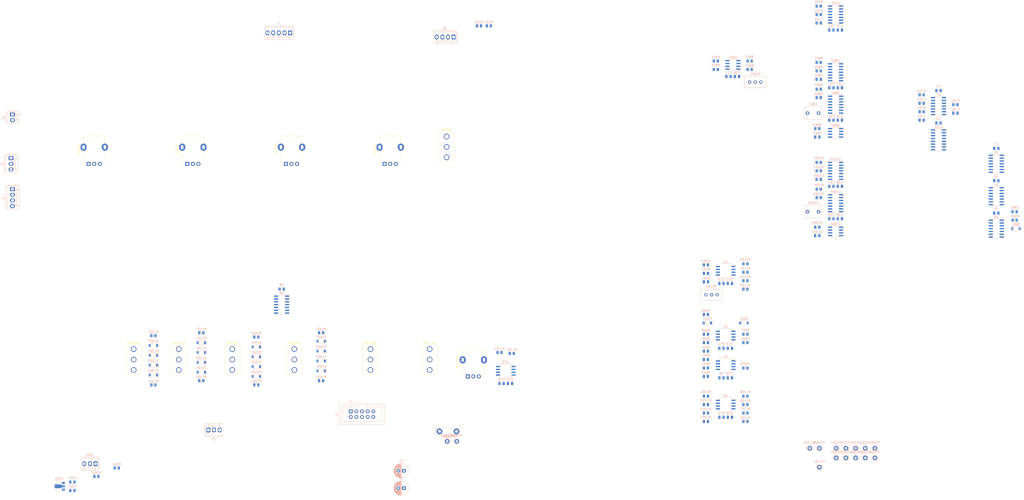
<source format=kicad_pcb>
(kicad_pcb (version 20211014) (generator pcbnew)
  (layers (0 "F.Cu" signal) (31 "B.Cu" signal) (34 "B.Paste" user) (35 "F.Paste" user) (36 "B.SilkS" user "B.Silkscreen") (37 "F.SilkS" user "F.Silkscreen") (38 "B.Mask" user) (39 "F.Mask" user) (44 "Edge.Cuts" user))
  (net 0 "")
  (net 1 "+15V")
  (net 2 "GND")
  (net 3 "Net-(C302-Pad1)")
  (net 4 "Net-(C401-Pad1)")
  (net 5 "Net-(C701-Pad1)")
  (net 6 "Net-(C702-Pad2)")
  (net 7 "/ribbon_controller/~{CLK_9}")
  (net 8 "Net-(C703-Pad2)")
  (net 9 "Net-(C801-Pad1)")
  (net 10 "Net-(C802-Pad1)")
  (net 11 "Net-(C803-Pad1)")
  (net 12 "Net-(C901-Pad1)")
  (net 13 "Net-(C1001-Pad1)")
  (net 14 "Net-(C1002-Pad1)")
  (net 15 "Net-(C1003-Pad1)")
  (net 16 "Net-(D501-Pad1)")
  (net 17 "Net-(D502-Pad2)")
  (net 18 "Net-(D901-Pad2)")
  (net 19 "Net-(D1301-Pad1)")
  (net 20 "/gate_controller/VCA_ADSR_gate_logic/RIBBON_GATE")
  (net 21 "Net-(D1302-Pad2)")
  (net 22 "Net-(D1303-Pad1)")
  (net 23 "Net-(D1303-Pad2)")
  (net 24 "/gate_controller/VCA_ADSR_gate_logic/AUTO_GATE")
  (net 25 "Net-(D1401-Pad1)")
  (net 26 "Net-(D1402-Pad2)")
  (net 27 "Net-(D1403-Pad1)")
  (net 28 "Net-(D1403-Pad2)")
  (net 29 "Net-(D1501-Pad1)")
  (net 30 "Net-(D1502-Pad2)")
  (net 31 "Net-(D1503-Pad1)")
  (net 32 "Net-(D1503-Pad2)")
  (net 33 "Net-(D1601-Pad1)")
  (net 34 "Net-(D1602-Pad2)")
  (net 35 "Net-(D1603-Pad1)")
  (net 36 "Net-(D1603-Pad2)")
  (net 37 "/GATE_IN")
  (net 38 "/VCO_RIBBON_CTL")
  (net 39 "/PWM_LFO_SQR")
  (net 40 "/gate_controller/MOD_ENV_GATE")
  (net 41 "/gate_controller/VCF_ENV_GATE")
  (net 42 "/gate_controller/VCA_ENV_GATE")
  (net 43 "/VCA_ADSR")
  (net 44 "/gate_controller/S&H_GATE")
  (net 45 "/VCF_A_RIBBON_CTL")
  (net 46 "/VCF_B_RIBBON_CTL")
  (net 47 "/VCA_CV")
  (net 48 "/MOD_OSC_RIBBON_CTL")
  (net 49 "/MOD_OSC_SQR")
  (net 50 "Net-(J301-Pad1)")
  (net 51 "Net-(J301-Pad2)")
  (net 52 "Net-(J301-Pad3)")
  (net 53 "-15V")
  (net 54 "/RIBBON_GATE")
  (net 55 "/RIBBON_CV")
  (net 56 "Net-(R201-Pad1)")
  (net 57 "Net-(R202-Pad2)")
  (net 58 "/ribbon_controller/TRIG_0")
  (net 59 "Net-(R401-Pad2)")
  (net 60 "/ribbon_controller/comparator/SIGNAL_IN")
  (net 61 "Net-(R501-Pad2)")
  (net 62 "/ribbon_controller/glitch_discriminator/S&H_RIBBON")
  (net 63 "Net-(R502-Pad2)")
  (net 64 "Net-(R504-Pad2)")
  (net 65 "Net-(R505-Pad1)")
  (net 66 "Net-(R506-Pad2)")
  (net 67 "Net-(R601-Pad2)")
  (net 68 "Net-(R602-Pad1)")
  (net 69 "Net-(R602-Pad2)")
  (net 70 "Net-(R603-Pad2)")
  (net 71 "Net-(R701-Pad2)")
  (net 72 "/ribbon_controller/gate_conditioner/GATED_CLK")
  (net 73 "Net-(R801-Pad2)")
  (net 74 "Net-(R804-Pad1)")
  (net 75 "Net-(R804-Pad2)")
  (net 76 "/ribbon_controller/gate_conditioner/S&H_TRIG")
  (net 77 "Net-(R1001-Pad2)")
  (net 78 "Net-(R1004-Pad1)")
  (net 79 "Net-(R1004-Pad2)")
  (net 80 "/ribbon_controller/bend_scaler/INIT_IN")
  (net 81 "Net-(R1101-Pad2)")
  (net 82 "/ribbon_controller/SLIDE_CV")
  (net 83 "Net-(R1102-Pad2)")
  (net 84 "/ribbon_controller/BEND_CV")
  (net 85 "Net-(R1201-Pad2)")
  (net 86 "Net-(R1202-Pad2)")
  (net 87 "Net-(U10-Pad6)")
  (net 88 "Net-(C702-Pad1)")
  (net 89 "Net-(R1701-Pad2)")
  (net 90 "Net-(D501-Pad2)")
  (net 91 "Net-(RV201-Pad2)")
  (net 92 "Net-(RV201-Pad3)")
  (net 93 "Net-(RV1701-Pad2)")
  (net 94 "Net-(RV1701-Pad3)")
  (net 95 "/ribbon_controller/gate_conditioner/GD_IN")
  (net 96 "Net-(U6-Pad10)")
  (net 97 "Net-(R1206-Pad1)")
  (net 98 "Net-(U4-Pad8)")
  (net 99 "/ribbon_controller/TRIG_9")
  (net 100 "Net-(U4-Pad11)")
  (net 101 "Net-(R1702-Pad2)")
  (net 102 "Net-(U4-Pad2)")
  (net 104 "Net-(U1002-Pad2)")
  (net 105 "/ribbon_controller/comparator/COMP_OUT")
  (net 127 "Net-(U803-Pad7)")
  (net 143 "Net-(U1003-Pad7)")
  (net 154 "Net-(J6-Pad1)")
  (net 155 "Net-(J6-Pad3)")
  (net 156 "Net-(U5-Pad6)")
  (net 157 "Net-(R1205-Pad2)")
  (net 158 "Net-(R1206-Pad2)")
  (net 159 "Net-(U5-Pad3)")
  (net 161 "Net-(U7-Pad5)")
  (net 162 "Net-(U7-Pad11)")
  (net 163 "Net-(U4-Pad6)")
  (footprint "custom_footprints:SPDT_mini_toggle" (layer "F.Cu") (at 55.88 139.065)
    (fp_text reference "SW1301")
    (fp_text value "SW_SPDT_MSM")
  )
  (footprint "Potentiometer_THT:Potentiometer_Alpha_RD901F-40-00D_Single_Vertical" (layer "F.Cu") (at 124.5 50.8 90)
    (fp_text reference "RV103")
    (fp_text value "100k c.d.")
  )
  (footprint "Potentiometer_THT:Potentiometer_Alpha_RD901F-40-00D_Single_Vertical" (layer "F.Cu") (at 168.95 50.8 90)
    (fp_text reference "RV104")
    (fp_text value "100k c.d.")
  )
  (footprint "Potentiometer_THT:Potentiometer_Alpha_RD901F-40-00D_Single_Vertical" (layer "F.Cu") (at 35.6 50.8 90)
    (fp_text reference "RV101")
    (fp_text value "100k c.d.")
  )
  (footprint "custom_footprints:SPDT_mini_toggle" (layer "F.Cu") (at 162.56 139.065)
    (fp_text reference "SW1201")
    (fp_text value "SW_SPDT")
  )
  (footprint "custom_footprints:SPDT_mini_toggle" (layer "F.Cu") (at 189.23 139.065)
    (fp_text reference "SW1701")
    (fp_text value "SW_SPDT")
  )
  (footprint "custom_footprints:SPDT_mini_toggle" (layer "F.Cu") (at 100.33 139.065)
    (fp_text reference "SW1501")
    (fp_text value "SW_SPDT_MSM")
  )
  (footprint "Potentiometer_THT:Potentiometer_Alpha_RD901F-40-00D_Single_Vertical" (layer "F.Cu") (at 80.05 50.8 90)
    (fp_text reference "RV102")
    (fp_text value "100k c.d.")
  )
  (footprint "custom_footprints:SPDT_mini_toggle" (layer "F.Cu") (at 76.2 139.065)
    (fp_text reference "SW1401")
    (fp_text value "SW_SPDT_MSM")
  )
  (footprint "custom_footprints:SPDT_mini_toggle" (layer "F.Cu") (at 128.27 139.065)
    (fp_text reference "SW1601")
    (fp_text value "SW_SPDT_MSM")
  )
  (footprint "custom_footprints:SPDT_mini_toggle" (layer "F.Cu") (at 196.85 43.18)
    (fp_text reference "SW201")
    (fp_text value "SW_SPDT")
  )
  (footprint "Potentiometer_THT:Potentiometer_Alpha_RD901F-40-00D_Single_Vertical" (layer "F.Cu") (at 206.415 146.695 90)
    (fp_text reference "RV1701")
    (fp_text value "100k")
  )
  (footprint "Capacitor_SMD:C_0805_2012Metric" (layer "B.Cu") (at 374.015 -9.525 180)
    (fp_text reference "C22")
    (fp_text value "100n")
  )
  (footprint "Connector_Molex:Molex_KK-254_AE-6410-03A_1x03_P2.54mm_Vertical" (layer "B.Cu") (at 38.735 186.055 180)
    (fp_text reference "J301")
    (fp_text value "ribbon")
  )
  (footprint "Diode_SMD:D_SOD-123" (layer "B.Cu") (at 86.36 131.445 180)
    (fp_text reference "D1401")
    (fp_text value "1N4148W")
  )
  (footprint "Capacitor_SMD:C_0805_2012Metric" (layer "B.Cu") (at 364.49 -12.7 180)
    (fp_text reference "C401")
    (fp_text value "2n2")
  )
  (footprint "Resistor_SMD:R_0805_2012Metric" (layer "B.Cu") (at 48.26 187.96 180)
    (fp_text reference "R301")
    (fp_text value "R")
  )
  (footprint "Diode_SMD:D_SOD-123" (layer "B.Cu") (at 314.325 122.555 180)
    (fp_text reference "D502")
    (fp_text value "1N4148W")
  )
  (footprint "Diode_SMD:D_SOD-123" (layer "B.Cu") (at 330.835 122.555)
    (fp_text reference "D501")
    (fp_text value "1N4148W")
  )
  (footprint "Resistor_SMD:R_0805_2012Metric" (layer "B.Cu") (at 313.69 131.445 180)
    (fp_text reference "R506")
    (fp_text value "150k")
  )
  (footprint "Diode_SMD:D_SOD-123" (layer "B.Cu") (at 140.335 139.7 180)
    (fp_text reference "D1603")
    (fp_text value "1N4148W")
  )
  (footprint "Capacitor_SMD:C_0805_2012Metric" (layer "B.Cu") (at 320.675 104.775 180)
    (fp_text reference "C13")
    (fp_text value "100n")
  )
  (footprint "TestPoint:TestPoint_Keystone_5000-5004_Miniature" (layer "B.Cu") (at 360.465714 179.07 180)
    (fp_text reference "TP1202")
    (fp_text value "audo_gate")
  )
  (footprint "TestPoint:TestPoint_Keystone_5000-5004_Miniature" (layer "B.Cu") (at 376.765714 179.07 180)
    (fp_text reference "TP210")
    (fp_text value "bend_cv")
  )
  (footprint "Diode_SMD:D_SOD-123" (layer "B.Cu") (at 86.36 144.78 180)
    (fp_text reference "D1404")
    (fp_text value "1N4148W")
  )
  (footprint "Resistor_SMD:R_0805_2012Metric" (layer "B.Cu") (at 313.69 127.635 180)
    (fp_text reference "R508")
    (fp_text value "470")
  )
  (footprint "Connector_Molex:Molex_KK-254_AE-6410-04A_1x04_P2.54mm_Vertical" (layer "B.Cu") (at 1.27 62.23 -90)
    (fp_text reference "J2")
    (fp_text value "VCF_port")
  )
  (footprint "Resistor_SMD:R_0805_2012Metric" (layer "B.Cu") (at 313.69 163.195 180)
    (fp_text reference "R1203")
    (fp_text value "10k")
  )
  (footprint "Capacitor_SMD:C_0805_2012Metric" (layer "B.Cu") (at 364.49 57.785 180)
    (fp_text reference "C1001")
    (fp_text value "2n2")
  )
  (footprint "Resistor_SMD:R_0805_2012Metric" (layer "B.Cu") (at 333.375 4.445)
    (fp_text reference "R602")
    (fp_text value "100k")
  )
  (footprint "Diode_SMD:D_SOD-123" (layer "B.Cu") (at 86.36 140.335 180)
    (fp_text reference "D1403")
    (fp_text value "1N4148W")
  )
  (footprint "Resistor_SMD:R_0805_2012Metric" (layer "B.Cu") (at 364.49 -20.32)
    (fp_text reference "R401")
    (fp_text value "5k6")
  )
  (footprint "Resistor_SMD:R_0805_2012Metric" (layer "B.Cu") (at 331.47 163.195)
    (fp_text reference "R1207")
    (fp_text value "10k")
  )
  (footprint "Capacitor_SMD:C_0805_2012Metric" (layer "B.Cu") (at 370.205 60.96 180)
    (fp_text reference "C27")
    (fp_text value "100n")
  )
  (footprint "Resistor_SMD:R_0805_2012Metric" (layer "B.Cu") (at 313.69 146.685 180)
    (fp_text reference "R503")
    (fp_text value "100k")
  )
  (footprint "Capacitor_THT:C_Rect_L7.2mm_W5.5mm_P5.00mm_FKS2_FKP2_MKS2_MKP2" (layer "B.Cu") (at 364.45 72.39 180)
    (fp_text reference "C1003")
    (fp_text value "1u")
  )
  (footprint "Capacitor_SMD:C_0805_2012Metric" (layer "B.Cu") (at 327.66 11.43 180)
    (fp_text reference "C18")
    (fp_text value "100n")
  )
  (footprint "Resistor_SMD:R_0805_2012Metric" (layer "B.Cu") (at 313.69 139.065)
    (fp_text reference "R501")
    (fp_text value "100k")
  )
  (footprint "Resistor_SMD:R_0805_2012Metric" (layer "B.Cu") (at 111.125 128.905 180)
    (fp_text reference "R1502")
    (fp_text value "100k")
  )
  (footprint "Resistor_SMD:R_0805_2012Metric" (layer "B.Cu") (at 331.47 155.575)
    (fp_text reference "R1208")
    (fp_text value "100k")
  )
  (footprint "Capacitor_SMD:C_0805_2012Metric" (layer "B.Cu") (at 324.485 147.32 180)
    (fp_text reference "C10")
    (fp_text value "100n")
  )
  (footprint "Diode_SMD:D_SOD-123" (layer "B.Cu") (at 64.77 146.05 180)
    (fp_text reference "D1304")
    (fp_text value "1N4148W")
  )
  (footprint "Resistor_SMD:R_0805_2012Metric" (layer "B.Cu") (at 331.47 167.005 180)
    (fp_text reference "R1205")
    (fp_text value "100k")
  )
  (footprint "Package_SO:SOIC-14_3.9x8.7mm_P1.27mm" (layer "B.Cu") (at 444.5 65.405 180)
    (fp_text reference "U4")
    (fp_text value "4081")
  )
  (footprint "Resistor_SMD:R_0805_2012Metric" (layer "B.Cu") (at 220.7025 135.89 180)
    (fp_text reference "R1702")
    (fp_text value "R")
  )
  (footprint "Diode_SMD:D_SOD-123" (layer "B.Cu") (at 140.335 135.255 180)
    (fp_text reference "D1602")
    (fp_text value "1N4148W")
  )
  (footprint "Capacitor_THT:CP_Radial_D6.3mm_P2.50mm" (layer "B.Cu") (at 177.649518 197.08 180)
    (fp_text reference "C2")
    (fp_text value "10u")
  )
  (footprint "Diode_SMD:D_SOD-123" (layer "B.Cu") (at 64.77 141.605 180)
    (fp_text reference "D1303")
    (fp_text value "1N4148W")
  )
  (footprint "Capacitor_SMD:C_0805_2012Metric" (layer "B.Cu") (at 426.085 27.94 180)
    (fp_text reference "C702")
    (fp_text value "4n7")
  )
  (footprint "Resistor_SMD:R_0805_2012Metric" (layer "B.Cu") (at 364.49 50.165)
    (fp_text reference "R1001")
    (fp_text value "5k6")
  )
  (footprint "Package_SO:SOIC-8_3.9x4.9mm_P1.27mm" (layer "B.Cu") (at 325.835 6.195 180)
    (fp_text reference "U601")
    (fp_text value "LM358")
  )
  (footprint "Capacitor_SMD:C_0805_2012Metric" (layer "B.Cu") (at 324.485 133.985 180)
    (fp_text reference "C12")
    (fp_text value "100n")
  )
  (footprint "Resistor_SMD:R_0805_2012Metric" (layer "B.Cu") (at 426.085 24.13 180)
    (fp_text reference "R702")
    (fp_text value "10k")
  )
  (footprint "Resistor_SMD:R_0805_2012Metric" (layer "B.Cu") (at 410.845 27.305 180)
    (fp_text reference "R701")
    (fp_text value "R")
  )
  (footprint "Resistor_SMD:R_0805_2012Metric" (layer "B.Cu") (at 364.49 66.04 180)
    (fp_text reference "R1005")
    (fp_text value "1k8")
  )
  (footprint "Package_SO:SOIC-14_3.9x8.7mm_P1.27mm" (layer "B.Cu") (at 372.11 -16.51 180)
    (fp_text reference "U401")
    (fp_text value "LF398_SOIC14")
  )
  (footprint "TestPoint:TestPoint_Keystone_5000-5004_Miniature" (layer "B.Cu") (at 381.115714 179.07 180)
    (fp_text reference "TP204")
    (fp_text value "guard_s_and_h")
  )
  (footprint "TestPoint:TestPoint_Keystone_5000-5004_Miniature" (layer "B.Cu") (at 389.815714 179.07 180)
    (fp_text reference "TP201")
    (fp_text value "raw_ribbon")
  )
  (footprint "Resistor_SMD:R_0805_2012Metric" (layer "B.Cu") (at 364.49 53.975 180)
    (fp_text reference "R1002")
    (fp_text value "1k8")
  )
  (footprint "TestPoint:TestPoint_Keystone_5000-5004_Miniature" (layer "B.Cu") (at 364.815714 187.6 180)
    (fp_text reference "TP1701")
    (fp_text value "vca_cv")
  )
  (footprint "Capacitor_SMD:C_0805_2012Metric" (layer "B.Cu") (at 320.675 133.985 180)
    (fp_text reference "C11")
    (fp_text value "100n")
  )
  (footprint "Capacitor_SMD:C_0805_2012Metric" (layer "B.Cu") (at 221.615 149.86 180)
    (fp_text reference "C19")
    (fp_text value "100n")
  )
  (footprint "Resistor_SMD:R_0805_2012Metric" (layer "B.Cu") (at 313.69 167.005)
    (fp_text reference "R1201")
    (fp_text value "100k")
  )
  (footprint "Connector_Molex:Molex_KK-254_AE-6410-04A_1x04_P2.54mm_Vertical" (layer "B.Cu") (at 200.025 -6.35 180)
    (fp_text reference "J6")
    (fp_text value "ext_port")
  )
  (footprint "Capacitor_SMD:C_0805_2012Metric" (layer "B.Cu") (at 410.845 31.115 180)
    (fp_text reference "C701")
    (fp_text value "1n")
  )
  (footprint "Capacitor_THT:C_Rect_L7.2mm_W5.5mm_P5.00mm_FKS2_FKP2_MKS2_MKP2" (layer "B.Cu") (at 364.45 27.94 180)
    (fp_text reference "C803")
    (fp_text value "1u")
  )
  (footprint "Diode_SMD:D_SOD-123" (layer "B.Cu") (at 86.36 135.89 180)
    (fp_text reference "D1402")
    (fp_text value "1N4148W")
  )
  (footprint "Diode_SMD:D_SOD-123" (layer "B.Cu") (at 64.77 137.16 180)
    (fp_text reference "D1301")
    (fp_text value "1N4148W")
  )
  (footprint "Capacitor_SMD:C_0805_2012Metric" (layer "B.Cu") (at 28.2825 194.31)
    (fp_text reference "C302")
    (fp_text value "?")
  )
  (footprint "Resistor_SMD:R_0805_2012Metric" (layer "B.Cu") (at 215.865 -11.43 180)
    (fp_text reference "R101")
    (fp_text value "1k")
  )
  (footprint "Resistor_SMD:R_0805_2012Metric" (layer "B.Cu") (at 313.69 142.875)
    (fp_text reference "R502")
    (fp_text value "100k")
  )
  (footprint "Capacitor_SMD:C_0805_2012Metric" (layer "B.Cu") (at 374.015 31.115 180)
    (fp_text reference "C26")
    (fp_text value "100n")
  )
  (footprint "Capacitor_THT:CP_Radial_D6.3mm_P2.50mm" (layer "B.Cu") (at 177.649518 189.23 180)
    (fp_text reference "C1")
    (fp_text value "10u")
  )
  (footprint "Resistor_SMD:R_0805_2012Metric" (layer "B.Cu") (at 410.845 19.685 180)
    (fp_text reference "R703")
    (fp_text value "10k")
  )
  (footprint "Resistor_SMD:R_0805_2012Metric" (layer "B.Cu") (at 331.47 131.445 180)
    (fp_text reference "R505")
    (fp_text value "150k")
  )
  (footprint "TestPoint:TestPoint_Keystone_5000-5004_Miniature" (layer "B.Cu") (at 389.815714 183.42 180)
    (fp_text reference "TP209")
    (fp_text value "ribbon_cv")
  )
  (footprint "Capacitor_SMD:C_0805_2012Metric" (layer "B.Cu") (at 363.855 38.735 180)
    (fp_text reference "C802")
    (fp_text value "10n")
  )
  (footprint "TestPoint:TestPoint_Bridge_Pitch7.62mm_Drill1.3mm" (layer "B.Cu") (at 201.295 171.45 180)
    (fp_text reference "TP1803")
    (fp_text value "GND")
  )
  (footprint "Diode_SMD:D_SOD-123" (layer "B.Cu") (at 453.39 80.01)
    (fp_text reference "D901")
    (fp_text value "1N4148W")
  )
  (footprint "Connector_Molex:Molex_KK-254_AE-6410-03A_1x03_P2.54mm_Vertical" (layer "B.Cu") (at 89.535 170.815)
    (fp_text reference "J3")
    (fp_text value "mod_osc_port")
  )
  (footprint "Resistor_SMD:R_0805_2012Metric" (layer "B.Cu") (at 364.49 8.89 180)
    (fp_text reference "R802")
    (fp_text value "1k8")
  )
  (footprint "Capacitor_SMD:C_0805_2012Metric" (layer "B.Cu") (at 363.855 83.185 180)
    (fp_text reference "C1002")
    (fp_text value "10n")
  )
  (footprint "Capacitor_SMD:C_0805_2012Metric" (layer "B.Cu") (at 444.5 58.42)
    (fp_text reference "C6")
    (fp_text value "100n")
  )
  (footprint "Resistor_SMD:R_0805_2012Metric" (layer "B.Cu") (at 86.36 127 180)
    (fp_text reference "R1401")
    (fp_text value "100k")
  )
  (footprint "Package_SO:SOIC-14_3.9x8.7mm_P1.27mm" (layer "B.Cu") (at 444.5 50.8 180)
    (fp_text reference "U5")
    (fp_text value "4013")
  )
  (footprint "Resistor_SMD:R_0805_2012Metric" (layer "B.Cu") (at 333.375 8.255 180)
    (fp_text reference "R601")
    (fp_text value "100k")
  )
  (footprint "Package_SO:SO-8_5.3x6.2mm_P1.27mm" (layer "B.Cu") (at 322.58 159.385 180)
    (fp_text reference "U9")
    (fp_text value "TL072")
  )
  (footprint "Connector_Molex:Molex_KK-254_AE-6410-02A_1x02_P2.54mm_Vertical" (layer "B.Cu") (at 1.27 28.575 -90)
    (fp_text reference "J5")
    (fp_text value "S&H_port")
  )
  (footprint "Potentiometer_THT:Potentiometer_Bourns_3296W_Vertical" (layer "B.Cu") (at 333.365 13.97 180)
    (fp_text reference "RV601")
    (fp_text value "100k")
  )
  (footprint "Resistor_SMD:R_0805_2012Metric" (layer "B.Cu") (at 331.47 103.505 180)
    (fp_text reference "R1102")
    (fp_text value "100k")
  )
  (footprint "Resistor_SMD:R_0805_2012Metric" (layer "B.Cu") (at 211.455 -11.43 180)
    (fp_text reference "R102")
    (fp_text value "1k")
  )
  (footprint "Capacitor_SMD:C_0805_2012Metric" (layer "B.Cu") (at 374.015 60.96 180)
    (fp_text reference "C28")
    (fp_text value "100n")
  )
  (footprint "Diode_SMD:D_SOD-123" (layer "B.Cu") (at 111.125 146.685 180)
    (fp_text reference "D1504")
    (fp_text value "1N4148W")
  )
  (footprint "Resistor_SMD:R_0805_2012Metric" (layer "B.Cu") (at 331.47 142.875)
    (fp_text reference "R303")
    (fp_text value "R")
  )
  (footprint "TestPoint:TestPoint_Keystone_5000-5004_Miniature" (layer "B.Cu") (at 372.415714 183.42 180)
    (fp_text reference "TP205")
    (fp_text value "slide_s_and_h")
  )
  (footprint "Resistor_SMD:R_0805_2012Metric" (layer "B.Cu") (at 364.49 5.08)
    (fp_text reference "R801")
    (fp_text value "5k6")
  )
  (footprint "Resistor_SMD:R_0805_2012Metric" (layer "B.Cu") (at 64.77 128.27 180)
    (fp_text reference "R1301")
    (fp_text value "100k")
  )
  (footprint "Diode_SMD:D_SOD-123" (layer "B.Cu") (at 111.125 137.795 180)
    (fp_text reference "D1502")
    (fp_text value "1N4148W")
  )
  (footprint "Capacitor_SMD:C_0805_2012Metric" (layer "B.Cu") (at 370.205 31.115 180)
    (fp_text reference "C25")
    (fp_text value "100n")
  )
  (footprint "Resistor_SMD:R_0805_2012Metric" (layer "B.Cu") (at 364.49 -16.51 180)
    (fp_text reference "R402")
    (fp_text value "1k8")
  )
  (footprint "TestPoint:TestPoint_Keystone_5000-5004_Miniature" (layer "B.Cu") (at 372.415714 179.07 180)
    (fp_text reference "TP207")
    (fp_text value "gate")
  )
  (footprint "Resistor_SMD:R_0805_2012Metric" (layer "B.Cu") (at 313.69 135.255 180)
    (fp_text reference "R504")
    (fp_text value "100k")
  )
  (footprint "Capacitor_SMD:C_0805_2012Metric" (layer "B.Cu") (at 410.845 23.495 180)
    (fp_text reference "C703")
    (fp_text value "4n7")
  )
  (footprint "Capacitor_SMD:C_0805_2012Metric" (layer "B.Cu") (at 370.205 75.565 180)
    (fp_text reference "C29")
    (fp_text value "100n")
  )
  (footprint "Package_SO:SOIC-14_3.9x8.7mm_P1.27mm" (layer "B.Cu") (at 444.5 80.01 180)
    (fp_text reference "U6")
    (fp_text value "40106")
  )
  (footprint "Package_SO:SOIC-14_3.9x8.7mm_P1.27mm" (layer "B.Cu") (at 372.11 24.13 180)
    (fp_text reference "U804")
    (fp_text value "LF398_SOIC14")
  )
  (footprint "Resistor_SMD:R_0805_2012Metric" (layer "B.Cu") (at 318.135 4.445 180)
    (fp_text reference "R604")
    (fp_text value "100k")
  )
  (footprint "Resistor_SMD:R_0805_2012Metric" (layer "B.Cu") (at 364.49 62.23)
    (fp_text reference "R1004")
    (fp_text value "5k6")
  )
  (footprint "Capacitor_SMD:C_0805_2012Metric" (layer "B.Cu") (at 320.675 165.1 180)
    (fp_text reference "C15")
    (fp_text value "100n")
  )
  (footprint "Resistor_SMD:R_0805_2012Metric" (layer "B.Cu") (at 331.47 107.315 180)
    (fp_text reference "R1103")
    (fp_text value "100k")
  )
  (footprint "Diode_SMD:D_SOD-123" (layer "B.Cu") (at 111.125 142.24 180)
    (fp_text reference "D1503")
    (fp_text value "1N4148W")
  )
  (footprint "Resistor_SMD:R_0805_2012Metric" (layer "B.Cu") (at 364.49 20.955 180)
    (fp_text reference "R805")
    (fp_text value "1k8")
  )
  (footprint "Resistor_SMD:R_0805_2012Metric" (layer "B.Cu") (at 331.47 159.385 180)
    (fp_text reference "R1206")
    (fp_text value "10k")
  )
  (footprint "Package_SO:SO-8_5.3x6.2mm_P1.27mm" (layer "B.Cu") (at 223.52 144.145 180)
    (fp_text reference "U10")
    (fp_text value "TL072")
  )
  (footprint "Package_SO:SOIC-16_3.9x9.9mm_P1.27mm" (layer "B.Cu") (at 418.465 40.005 180)
    (fp_text reference "U702")
    (fp_text value "4017")
  )
  (footprint "Resistor_SMD:R_0805_2012Metric" (layer "B.Cu") (at 313.69 96.405 180)
    (fp_text reference "R203")
    (fp_text value "R")
  )
  (footprint "Capacitor_SMD:C_0805_2012Metric" (layer "B.Cu") (at 418.465 17.78)
    (fp_text reference "C4")
    (fp_text value "100n")
  )
  (footprint "Resistor_SMD:R_0805_2012Metric" (layer "B.Cu") (at 331.47 95.885)
    (fp_text reference "R1104")
    (fp_text value "100k")
  )
  (footprint "Connector_Molex:Molex_KK-254_AE-6410-03A_1x03_P2.54mm_Vertical" (layer "B.Cu") (at 0.635 48.26 -90)
    (fp_text reference "J1")
    (fp_text value "VCO_port")
  )
  (footprint "Resistor_SMD:R_0805_2012Metric" (layer "B.Cu") (at 363.855 34.925 180)
    (fp_text reference "R803")
    (fp_text value "1M2")
  )
  (footprint "Diode_SMD:D_SOD-123" (layer "B.Cu") (at 64.77 132.715 180)
    (fp_text reference "D1302")
    (fp_text value "1N4148W")
  )
  (footprint "Resistor_SMD:R_0805_2012Metric" (layer "B.Cu") (at 86.36 148.59 180)
    (fp_text reference "R1402")
    (fp_text value "100k")
  )
  (footprint "Capacitor_SMD:C_0805_2012Metric" (layer "B.Cu") (at 374.015 75.565 180)
    (fp_text reference "C30")
    (fp_text value "100n")
  )
  (footprint "Package_SO:SOIC-14_3.9x8.7mm_P1.27mm" (layer "B.Cu") (at 122.555 114.3 180)
    (fp_text reference "U8")
    (fp_text value "4081")
  )
  (footprint "Resistor_SMD:R_0805_2012Metric" (layer "B.Cu") (at 39.0925 191.77 180)
    (fp_text reference "R302")
    (fp_text value "R")
  )
  (footprint "Package_SO:SOIC-8_3.9x4.9mm_P1.27mm" (layer "B.Cu") (at 372.11 81.28 180)
    (fp_text reference "U1002")
    (fp_text value "TLC555xD")
  )
  (footprint "TestPoint:TestPoint_Keystone_5000-5004_Miniature" (layer "B.Cu") (at 376.765714 183.42 180)
    (fp_text reference "TP203")
    (fp_text value "glitch_dis")
  )
  (footprint "Capacitor_SMD:C_0805_2012Metric" (layer "B.Cu") (at 374.015 16.51 180)
    (fp_text reference "C24")
    (fp_text value "100n")
  )
  (footprint "TestPoint:TestPoint_Keystone_5000-5004_Miniature" (layer "B.Cu") (at 381.115714 183.42 180)
    (fp_text reference "TP206")
    (fp_text value "gated_clk")
  )
  (footprint "Resistor_SMD:R_0805_2012Metric" (layer "B.Cu") (at 364.49 17.145)
    (fp_text reference "R804")
    (fp_text value "5k6")
  )
  (footprint "Package_SO:SOIC-14_3.9x8.7mm_P1.27mm" (layer "B.Cu") (at 372.11 53.975 180)
    (fp_text reference "U1003")
    (fp_text value "LF398_SOIC14")
  )
  (footprint "Resistor_SMD:R_0805_2012Metric" (layer "B.Cu") (at 452.755 76.2 180)
    (fp_text reference "R901")
    (fp_text value "120k")
  )
  (footprint "Capacitor_SMD:C_0805_2012Metric" (layer "B.Cu") (at 444.5 43.815)
    (fp_text reference "C7")
    (fp_text value "100n")
  )
  (footprint "Resistor_SMD:R_0805_2012Metric" (layer "B.Cu") (at 331.47 127.635 180)
    (fp_text reference "R507")
    (fp_text value "470")
  )
  (footprint "Resistor_SMD:R_0805_2012Metric" (layer "B.Cu") (at 313.69 100.215)
    (fp_text reference "R202")
    (fp_text value "R")
  )
  (footprint "TestPoint:TestPoint_Keystone_5000-5004_Miniature" (layer "B.Cu") (at 385.465714 179.07 180)
    (fp_text reference "TP202")
    (fp_text value "clk")
  )
  (footprint "Connector_IDC:IDC-Header_2x05_P2.54mm_Vertical" (layer "B.Cu") (at 153.67 162.4425 -90)
    (fp_text reference "J7")
    (fp_text value "power_entry")
  )
  (footprint "Resistor_SMD:R_0805_2012Metric" (layer "B.Cu") (at 313.69 118.745 180)
    (fp_text reference "R509")
    (fp_text value "100k")
  )
  (footprint "Resistor_SMD:R_0805_2012Metric" (layer "B.Cu") (at 313.69 104.025 180)
    (fp_text reference "R201")
    (fp_text value "R")
  )
  (footprint "TestPoint:TestPoint_Keystone_5000-5004_Miniature" (layer "B.Cu") (at 197.095 175.95 180)
    (fp_text reference "TP1801")
    (fp_text value "V+")
  )
  (footprint "TestPoint:TestPoint_Keystone_5000-5004_Miniature" (layer "B.Cu") (at 201.445 175.95 180)
    (fp_text reference "TP1802")
    (fp_text value "V-")
  )
  (footprint "Package_SO:SOIC-14_3.9x8.7mm_P1.27mm" (layer "B.Cu") (at 372.11 9.525 180)
    (fp_text reference "U803")
    (fp_text value "LF398_SOIC14")
  )
  (footprint "Capacitor_SMD:C_0805_2012Metric" (layer "B.Cu") (at 225.425 149.86 180)
    (fp_text reference "C20")
    (fp_text value "100n")
  )
  (footprint "Potentiometer_THT:Potentiometer_Bourns_3296W_Vertical" (layer "B.Cu") (at 313.68 109.855 180)
    (fp_text reference "RV201")
    (fp_text value "R")
  )
  (footprint "Package_SO:SO-8_5.3x6.2mm_P1.27mm" (layer "B.Cu") (at 322.58 141.605 180)
    (fp_text reference "U1")
    (fp_text value "TL072")
  )
  (footprint "Capacitor_SMD:C_0805_2012Metric" (layer "B.Cu") (at 452.755 72.39)
    (fp_text reference "C901")
    (fp_text value "10n")
  )
  (footprint "Resistor_SMD:R_0805_2012Metric" (layer "B.Cu") (at 318.135 8.255)
    (fp_text reference "R603")
    (fp_text value "10k")
  )
  (footprint "Package_SO:SO-8_5.3x6.2mm_P1.27mm" (layer "B.Cu") (at 322.58 128.27 180)
    (fp_text reference "U2")
    (fp_text value "TL072")
  )
  (footprint "Capacitor_SMD:C_0805_2012Metric" (layer "B.Cu") (at 364.49 12.7 180)
    (fp_text reference "C801")
    (fp_text value "2n2")
  )
  (footprint "Package_TO_SOT_SMD:SOT-89-3" (layer "B.Cu") (at 22.5675 196.215 180)
    (fp_text reference "U301")
    (fp_text value "L78L10_SOT89")
  )
  (footprint "Resistor_SMD:R_0805_2012Metric" (layer "B.Cu") (at 313.69 159.385)
    (fp_text reference "R1202")
    (fp_text value "10k")
  )
  (footprint "Capacitor_SMD:C_0805_2012Metric" (layer "B.Cu") (at 370.205 16.51 180)
    (fp_text reference "C23")
    (fp_text value "100n")
  )
  (footprint "Package_SO:SOIC-8_3.9x4.9mm_P1.27mm" (layer "B.Cu") (at 372.11 36.83 180)
    (fp_text reference "U802")
    (fp_text value "TLC555xD")
  )
  (footprint "Diode_SMD:D_SOD-123" (layer "B.Cu") (at 140.335 130.81 180)
    (fp_text reference "D1601")
    (fp_text value "1N4148W")
  )
  (footprint "Resistor_SMD:R_0805_2012Metric" (layer "B.Cu") (at 140.335 127 180)
    (fp_text reference "R1602")
    (fp_text value "100k")
  )
  (footprint "Diode_SMD:D_SOD-123" (layer "B.Cu") (at 140.335 144.145 180)
    (fp_text reference "D1604")
    (fp_text value "1N4148W")
  )
  (footprint "Capacitor_SMD:C_0805_2012Metric" (layer "B.Cu") (at 324.485 165.1 180)
    (fp_text reference "C16")
    (fp_text value "100n")
  )
  (footprint "Resistor_SMD:R_0805_2012Metric" (layer "B.Cu") (at 64.77 150.495 180)
    (fp_text reference "R1302")
    (fp_text value "100k")
  )
  (footprint "Capacitor_SMD:C_0805_2012Metric" (layer "B.Cu") (at 320.675 147.32 180)
    (fp_text reference "C9")
    (fp_text value "100n")
  )
  (footprint "Resistor_SMD:R_0805_2012Metric" (layer "B.Cu") (at 111.125 150.495 180)
    (fp_text reference "R1501")
    (fp_text value "100k")
  )
  (footprint "Capacitor_SMD:C_0805_2012Metric" (layer "B.Cu") (at 370.205 -9.525 180)
    (fp_text reference "C21")
    (fp_text value "100n")
  )
  (footprint "Capacitor_SMD:C_0805_2012Metric" (layer "B.Cu") (at 122.555 107.315)
    (fp_text reference "C8")
    (fp_text value "100n")
  )
  (footprint "TestPoint:TestPoint_Keystone_5000-5004_Miniature" (layer "B.Cu") (at 364.815714 179.07 180)
    (fp_text reference "TP1201")
    (fp_text value "man_gate")
  )
  (footprint "Connector_Molex:Molex_KK-254_AE-6410-05A_1x05_P2.54mm_Vertical" (layer "B.Cu") (at 126.365 -8.255 180)
    (fp_text reference "J4")
    (fp_text value "ADSR_port")
  )
  (footprint "Diode_SMD:D_SOD-123" (layer "B.Cu") (at 111.125 133.35 180)
    (fp_text reference "D1501")
    (fp_text value "1N4148W")
  )
  (footprint "Resistor_SMD:R_0805_2012Metric" (layer "B.Cu") (at 140.335 148.59 180)
    (fp_text reference "R1601")
    (fp_text value "100k")
  )
  (footprint "Resistor_SMD:R_0805_2012Metric" (layer "B.Cu") (at 331.47 99.695 180)
    (fp_text reference "R1101")
    (fp_text value "100k")
  )
  (footprint "Resistor_SMD:R_0805_2012Metric" (layer "B.Cu") (at 313.69 155.575)
    (fp_text reference "R1204")
    (fp_text value "100k")
  )
  (footprint "Capacitor_SMD:C_0805_2012Metric" (layer "B.Cu") (at 444.5 73.025)
    (fp_text reference "C5")
    (fp_text value "100n")
  )
  (footprint "Capacitor_SMD:C_0805_2012Metric" (layer "B.Cu") (at 28.2825 198.12)
    (fp_text reference "C301")
    (fp_text value "330n")
  )
  (footprint "Capacitor_SMD:C_0805_2012Metric" (layer "B.Cu") (at 324.485 104.775 180)
    (fp_text reference "C14")
    (fp_text value "100n")
  )
  (footprint "TestPoint:TestPoint_Keystone_5000-5004_Miniature" (layer "B.Cu") (at 385.465714 183.42 180)
    (fp_text reference "TP208")
    (fp_text value "init_s_and_h")
  )
  (footprint "Capacitor_SMD:C_0805_2012Metric" (layer "B.Cu") (at 323.85 11.43 180)
    (fp_text reference "C17")
    (fp_text value "100n")
  )
  (footprint "Package_SO:SOIC-14_3.9x8.7mm_P1.27mm" (layer "B.Cu") (at 418.465 24.765 180)
    (fp_text reference "U7")
    (fp_text value "40106")
  )
  (footprint "Resistor_SMD:R_0805_2012Metric" (layer "B.Cu") (at 226.2225 136.32 180)
    (fp_text reference "R1701")
    (fp_text value "R")
  )
  (footprint "Capacitor_SMD:C_0805_2012Metric" (layer "B.Cu") (at 418.465 32.385)
    (fp_text reference "C3")
    (fp_text value "100n")
  )
  (footprint "Package_SO:SOIC-14_3.9x8.7mm_P1.27mm" (layer "B.Cu") (at 372.11 68.58 180)
    (fp_text reference "U1004")
    (fp_text value "LF398_SOIC14")
  )
  (footprint "Package_SO:SO-8_5.3x6.2mm_P1.27mm" (layer "B.Cu") (at 322.58 99.06 180)
    (fp_text reference "U3")
    (fp_text value "TL072")
  )
  (footprint "Resistor_SMD:R_0805_2012Metric" (layer "B.Cu") (at 363.855 79.375)
    (fp_text reference "R1003")
    (fp_text value "1M2")
  )
)
</source>
